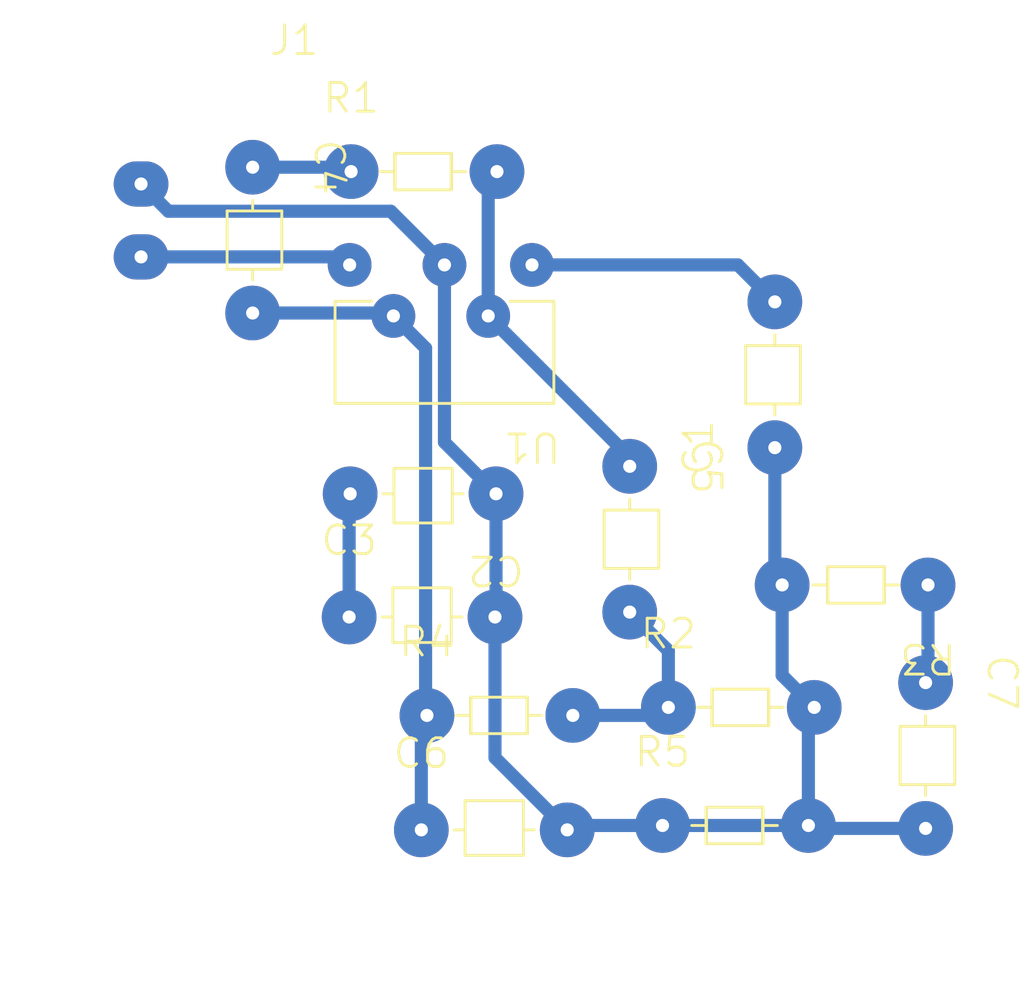
<source format=kicad_pcb>
(kicad_pcb (version 20240108) (generator "pcbnew") (generator_version "8.0")
  (layers (0 "F.Cu" signal) (31 "B.Cu" signal) (34 "B.Paste" user) (35 "F.Paste" user) (36 "B.SilkS" user "B.Silkscreen") (37 "F.SilkS" user "F.Silkscreen") (38 "B.Mask" user) (39 "F.Mask" user) (44 "Edge.Cuts" user))
  (net 0 "")
  (net 1 "GND")
  (net 2 "Net-(U1-+)")
  (net 3 "Net-(C2-Pad2)")
  (net 4 "Net-(C4-Pad1)")
  (net 5 "Net-(C4-Pad2)")
  (net 6 "Net-(C5-Pad2)")
  (net 7 "Net-(U1--)")
  (net 8 "Net-(J1-Pin_2)")
  (net 9 "Net-(C7-Pad1)")
  (footprint "audioAmp:res" (layer "F.Cu") (at 234.696 151.6573)
    (property "Reference" "R2" (at 0 -2.54 0) (layer "F.SilkS") (effects (font (thickness 0.1))))
    (property "Value" "2.2 Ω")
    (fp_line (start 1.524 -0.611) (end 1.524 0.659) (stroke (width 0.12)) (layer "F.SilkS"))
    (fp_line (start 1.524 -0.611) (end 3.4925 -0.611) (stroke (width 0.1)) (layer "F.SilkS"))
    (fp_line (start 1.524 0.024) (end 1.016 0.024) (stroke (width 0.1)) (layer "F.SilkS"))
    (fp_line (start 1.524 0.659) (end 3.4925 0.659) (stroke (width 0.1)) (layer "F.SilkS"))
    (fp_line (start 3.4925 0.024) (end 3.8735 0.024) (stroke (width 0.1)) (layer "F.SilkS"))
    (fp_line (start 3.4925 0.659) (end 3.4925 -0.611) (stroke (width 0.12)) (layer "F.SilkS"))
    (fp_line (start 3.8735 0.024) (end 4.0005 0.024) (stroke (width 0.1)) (layer "F.SilkS"))
    (pad "1" thru_hole oval (at 0 0.024) (size 1.905 1.905) (drill 0.4572) (layers "*.Cu" "*.Mask") (net 6 "Net-(C5-Pad2)"))
    (pad "2" thru_hole oval (at 5.08 0.024) (size 1.905 1.905) (drill 0.4572) (layers "*.Cu" "*.Mask") (net 1 "GND"))
  )
  (footprint "audioAmp:cap" (layer "F.Cu") (at 238.4044 142.6314 90)
    (property "Reference" "C1" (at 0 -2.667 90) (layer "F.SilkS") (effects (font (thickness 0.1))))
    (property "Value" "1 uF")
    (fp_line (start 3.556 -1.016) (end 3.556 0.889) (stroke (width 0.1)) (layer "F.SilkS"))
    (fp_line (start 1.524 -1.016) (end 3.556 -1.016) (stroke (width 0.1)) (layer "F.SilkS"))
    (fp_line (start 1.524 -1.016) (end 1.524 0.889) (stroke (width 0.1)) (layer "F.SilkS"))
    (fp_line (start 3.556 0) (end 3.937 0) (stroke (width 0.1)) (layer "F.SilkS"))
    (fp_line (start 1.524 0) (end 1.143 0) (stroke (width 0.1)) (layer "F.SilkS"))
    (fp_line (start 3.556 0.889) (end 1.524 0.889) (stroke (width 0.1)) (layer "F.SilkS"))
    (pad "1" thru_hole oval (at 0 0 90) (size 1.905 1.905) (drill 0.4572) (layers "*.Cu" "*.Mask") (net 1 "GND"))
    (pad "2" thru_hole oval (at 5.08 0 90) (size 1.905 1.905) (drill 0.4572) (layers "*.Cu" "*.Mask") (net 2 "Net-(U1-+)"))
  )
  (footprint "audioAmp:tda" (layer "F.Cu") (at 229.9462 136.2635 180)
    (property "Reference" "U1" (at 0 -6.35 180) (layer "F.SilkS") (effects (font (thickness 0.1))))
    (property "Value" "TDA2003")
    (fp_line (start 6.858 -1.27) (end 5.588 -1.27) (stroke (width 0.1)) (layer "F.SilkS"))
    (fp_line (start 6.858 -1.778) (end 6.858 -1.27) (stroke (width 0.1)) (layer "F.SilkS"))
    (fp_line (start 6.858 -4.826) (end 6.858 -1.778) (stroke (width 0.1)) (layer "F.SilkS"))
    (fp_line (start -0.762 -1.27) (end 0.762 -1.27) (stroke (width 0.1)) (layer "F.SilkS"))
    (fp_line (start -0.762 -1.778) (end -0.762 -1.27) (stroke (width 0.1)) (layer "F.SilkS"))
    (fp_line (start -0.762 -1.778) (end -0.762 -4.826) (stroke (width 0.1)) (layer "F.SilkS"))
    (fp_line (start -0.762 -4.826) (end 6.858 -4.826) (stroke (width 0.1)) (layer "F.SilkS"))
    (pad "1" thru_hole circle (at 0 0 180) (size 1.524 1.524) (drill 0.4572) (layers "*.Cu" "*.Mask") (net 2 "Net-(U1-+)"))
    (pad "2" thru_hole circle (at 1.524 -1.778 180) (size 1.524 1.524) (drill 0.4572) (layers "*.Cu" "*.Mask") (net 7 "Net-(U1--)"))
    (pad "3" thru_hole circle (at 3.048 0 180) (size 1.524 1.524) (drill 0.4572) (layers "*.Cu" "*.Mask") (net 1 "GND"))
    (pad "4" thru_hole circle (at 4.826 -1.778 180) (size 1.524 1.524) (drill 0.4572) (layers "*.Cu" "*.Mask") (net 5 "Net-(C4-Pad2)"))
    (pad "5" thru_hole circle (at 6.35 0 180) (size 1.524 1.524) (drill 0.4572) (layers "*.Cu" "*.Mask") (net 8 "Net-(J1-Pin_2)"))
  )
  (footprint "audioAmp:cap" (layer "F.Cu") (at 220.218 132.8599 -90)
    (property "Reference" "C4" (at 0 -2.667 -90) (layer "F.SilkS") (effects (font (thickness 0.1))))
    (property "Value" "0.047 uF")
    (fp_line (start 3.556 0.889) (end 1.524 0.889) (stroke (width 0.1)) (layer "F.SilkS"))
    (fp_line (start 1.524 0) (end 1.143 0) (stroke (width 0.1)) (layer "F.SilkS"))
    (fp_line (start 3.556 0) (end 3.937 0) (stroke (width 0.1)) (layer "F.SilkS"))
    (fp_line (start 1.524 -1.016) (end 1.524 0.889) (stroke (width 0.1)) (layer "F.SilkS"))
    (fp_line (start 1.524 -1.016) (end 3.556 -1.016) (stroke (width 0.1)) (layer "F.SilkS"))
    (fp_line (start 3.556 -1.016) (end 3.556 0.889) (stroke (width 0.1)) (layer "F.SilkS"))
    (pad "1" thru_hole oval (at 0 0 270) (size 1.905 1.905) (drill 0.4572) (layers "*.Cu" "*.Mask") (net 4 "Net-(C4-Pad1)"))
    (pad "2" thru_hole oval (at 5.08 0 270) (size 1.905 1.905) (drill 0.4572) (layers "*.Cu" "*.Mask") (net 5 "Net-(C4-Pad2)"))
  )
  (footprint "audioAmp:cap" (layer "F.Cu") (at 233.3498 143.2814 -90)
    (property "Reference" "C5" (at 0 -2.667 -90) (layer "F.SilkS") (effects (font (thickness 0.1))))
    (property "Value" "470 uF")
    (fp_line (start 3.556 0.889) (end 1.524 0.889) (stroke (width 0.1)) (layer "F.SilkS"))
    (fp_line (start 1.524 0) (end 1.143 0) (stroke (width 0.1)) (layer "F.SilkS"))
    (fp_line (start 3.556 0) (end 3.937 0) (stroke (width 0.1)) (layer "F.SilkS"))
    (fp_line (start 1.524 -1.016) (end 1.524 0.889) (stroke (width 0.1)) (layer "F.SilkS"))
    (fp_line (start 1.524 -1.016) (end 3.556 -1.016) (stroke (width 0.1)) (layer "F.SilkS"))
    (fp_line (start 3.556 -1.016) (end 3.556 0.889) (stroke (width 0.1)) (layer "F.SilkS"))
    (pad "1" thru_hole oval (at 0 0 270) (size 1.905 1.905) (drill 0.4572) (layers "*.Cu" "*.Mask") (net 7 "Net-(U1--)"))
    (pad "2" thru_hole oval (at 5.08 0 270) (size 1.905 1.905) (drill 0.4572) (layers "*.Cu" "*.Mask") (net 6 "Net-(C5-Pad2)"))
  )
  (footprint "audioAmp:cap" (layer "F.Cu") (at 243.6547 150.8177 -90)
    (property "Reference" "C7" (at 0 -2.667 -90) (layer "F.SilkS") (effects (font (thickness 0.1))))
    (property "Value" "0.1 uF")
    (fp_line (start 3.556 0.889) (end 1.524 0.889) (stroke (width 0.1)) (layer "F.SilkS"))
    (fp_line (start 1.524 0) (end 1.143 0) (stroke (width 0.1)) (layer "F.SilkS"))
    (fp_line (start 3.556 0) (end 3.937 0) (stroke (width 0.1)) (layer "F.SilkS"))
    (fp_line (start 1.524 -1.016) (end 1.524 0.889) (stroke (width 0.1)) (layer "F.SilkS"))
    (fp_line (start 1.524 -1.016) (end 3.556 -1.016) (stroke (width 0.1)) (layer "F.SilkS"))
    (fp_line (start 3.556 -1.016) (end 3.556 0.889) (stroke (width 0.1)) (layer "F.SilkS"))
    (pad "1" thru_hole oval (at 0 0 270) (size 1.905 1.905) (drill 0.4572) (layers "*.Cu" "*.Mask") (net 9 "Net-(C7-Pad1)"))
    (pad "2" thru_hole oval (at 5.08 0 270) (size 1.905 1.905) (drill 0.4572) (layers "*.Cu" "*.Mask") (net 1 "GND"))
  )
  (footprint "audioAmp:res" (layer "F.Cu") (at 243.7384 147.4381 180)
    (property "Reference" "R3" (at 0 -2.54 180) (layer "F.SilkS") (effects (font (thickness 0.1))))
    (property "Value" "1 Ω")
    (fp_line (start 3.8735 0.024) (end 4.0005 0.024) (stroke (width 0.1)) (layer "F.SilkS"))
    (fp_line (start 3.4925 0.659) (end 3.4925 -0.611) (stroke (width 0.12)) (layer "F.SilkS"))
    (fp_line (start 3.4925 0.024) (end 3.8735 0.024) (stroke (width 0.1)) (layer "F.SilkS"))
    (fp_line (start 1.524 0.659) (end 3.4925 0.659) (stroke (width 0.1)) (layer "F.SilkS"))
    (fp_line (start 1.524 0.024) (end 1.016 0.024) (stroke (width 0.1)) (layer "F.SilkS"))
    (fp_line (start 1.524 -0.611) (end 3.4925 -0.611) (stroke (width 0.1)) (layer "F.SilkS"))
    (fp_line (start 1.524 -0.611) (end 1.524 0.659) (stroke (width 0.12)) (layer "F.SilkS"))
    (pad "1" thru_hole oval (at 0 0.024 180) (size 1.905 1.905) (drill 0.4572) (layers "*.Cu" "*.Mask") (net 9 "Net-(C7-Pad1)"))
    (pad "2" thru_hole oval (at 5.08 0.024 180) (size 1.905 1.905) (drill 0.4572) (layers "*.Cu" "*.Mask") (net 1 "GND"))
  )
  (footprint "audioAmp:cap" (layer "F.Cu") (at 226.0929 155.9485)
    (property "Reference" "C6" (at 0 -2.667 0) (layer "F.SilkS") (effects (font (thickness 0.1))))
    (property "Value" "1000 uF")
    (fp_line (start 1.524 -1.016) (end 1.524 0.889) (stroke (width 0.1)) (layer "F.SilkS"))
    (fp_line (start 1.524 -1.016) (end 3.556 -1.016) (stroke (width 0.1)) (layer "F.SilkS"))
    (fp_line (start 1.524 0) (end 1.143 0) (stroke (width 0.1)) (layer "F.SilkS"))
    (fp_line (start 3.556 -1.016) (end 3.556 0.889) (stroke (width 0.1)) (layer "F.SilkS"))
    (fp_line (start 3.556 0) (end 3.937 0) (stroke (width 0.1)) (layer "F.SilkS"))
    (fp_line (start 3.556 0.889) (end 1.524 0.889) (stroke (width 0.1)) (layer "F.SilkS"))
    (pad "1" thru_hole oval (at 0 0) (size 1.905 1.905) (drill 0.4572) (layers "*.Cu" "*.Mask") (net 5 "Net-(C4-Pad2)"))
    (pad "2" thru_hole oval (at 5.08 0) (size 1.905 1.905) (drill 0.4572) (layers "*.Cu" "*.Mask") (net 1 "GND"))
  )
  (footprint "audioAmp:res" (layer "F.Cu") (at 223.647 132.9883)
    (property "Reference" "R1" (at 0 -2.54 0) (layer "F.SilkS") (effects (font (thickness 0.1))))
    (property "Value" "47 Ω")
    (fp_line (start 1.524 -0.611) (end 1.524 0.659) (stroke (width 0.12)) (layer "F.SilkS"))
    (fp_line (start 1.524 -0.611) (end 3.4925 -0.611) (stroke (width 0.1)) (layer "F.SilkS"))
    (fp_line (start 1.524 0.024) (end 1.016 0.024) (stroke (width 0.1)) (layer "F.SilkS"))
    (fp_line (start 1.524 0.659) (end 3.4925 0.659) (stroke (width 0.1)) (layer "F.SilkS"))
    (fp_line (start 3.4925 0.024) (end 3.8735 0.024) (stroke (width 0.1)) (layer "F.SilkS"))
    (fp_line (start 3.4925 0.659) (end 3.4925 -0.611) (stroke (width 0.12)) (layer "F.SilkS"))
    (fp_line (start 3.8735 0.024) (end 4.0005 0.024) (stroke (width 0.1)) (layer "F.SilkS"))
    (pad "1" thru_hole oval (at 0 0.024) (size 1.905 1.905) (drill 0.4572) (layers "*.Cu" "*.Mask") (net 4 "Net-(C4-Pad1)"))
    (pad "2" thru_hole oval (at 5.08 0.024) (size 1.905 1.905) (drill 0.4572) (layers "*.Cu" "*.Mask") (net 7 "Net-(U1--)"))
  )
  (footprint "audioAmp:cap" (layer "F.Cu") (at 228.6941 144.2391 180)
    (property "Reference" "C2" (at 0 -2.667 180) (layer "F.SilkS") (effects (font (thickness 0.1))))
    (property "Value" "100 uF")
    (fp_line (start 3.556 0.889) (end 1.524 0.889) (stroke (width 0.1)) (layer "F.SilkS"))
    (fp_line (start 3.556 0) (end 3.937 0) (stroke (width 0.1)) (layer "F.SilkS"))
    (fp_line (start 3.556 -1.016) (end 3.556 0.889) (stroke (width 0.1)) (layer "F.SilkS"))
    (fp_line (start 1.524 0) (end 1.143 0) (stroke (width 0.1)) (layer "F.SilkS"))
    (fp_line (start 1.524 -1.016) (end 3.556 -1.016) (stroke (width 0.1)) (layer "F.SilkS"))
    (fp_line (start 1.524 -1.016) (end 1.524 0.889) (stroke (width 0.1)) (layer "F.SilkS"))
    (pad "1" thru_hole oval (at 0 0 180) (size 1.905 1.905) (drill 0.4572) (layers "*.Cu" "*.Mask") (net 1 "GND"))
    (pad "2" thru_hole oval (at 5.08 0 180) (size 1.905 1.905) (drill 0.4572) (layers "*.Cu" "*.Mask") (net 3 "Net-(C2-Pad2)"))
  )
  (footprint "audioAmp:cap" (layer "F.Cu") (at 223.5783 148.5317)
    (property "Reference" "C3" (at 0 -2.667 0) (layer "F.SilkS") (effects (font (thickness 0.1))))
    (property "Value" "0.01 uF")
    (fp_line (start 1.524 -1.016) (end 1.524 0.889) (stroke (width 0.1)) (layer "F.SilkS"))
    (fp_line (start 1.524 -1.016) (end 3.556 -1.016) (stroke (width 0.1)) (layer "F.SilkS"))
    (fp_line (start 1.524 0) (end 1.143 0) (stroke (width 0.1)) (layer "F.SilkS"))
    (fp_line (start 3.556 -1.016) (end 3.556 0.889) (stroke (width 0.1)) (layer "F.SilkS"))
    (fp_line (start 3.556 0) (end 3.937 0) (stroke (width 0.1)) (layer "F.SilkS"))
    (fp_line (start 3.556 0.889) (end 1.524 0.889) (stroke (width 0.1)) (layer "F.SilkS"))
    (pad "1" thru_hole oval (at 0 0) (size 1.905 1.905) (drill 0.4572) (layers "*.Cu" "*.Mask") (net 3 "Net-(C2-Pad2)"))
    (pad "2" thru_hole oval (at 5.08 0) (size 1.905 1.905) (drill 0.4572) (layers "*.Cu" "*.Mask") (net 1 "GND"))
  )
  (footprint "audioAmp:res" (layer "F.Cu") (at 226.2886 151.9367)
    (property "Reference" "R4" (at 0 -2.54 0) (layer "F.SilkS") (effects (font (thickness 0.1))))
    (property "Value" "220 Ω")
    (fp_line (start 1.524 -0.611) (end 1.524 0.659) (stroke (width 0.12)) (layer "F.SilkS"))
    (fp_line (start 1.524 -0.611) (end 3.4925 -0.611) (stroke (width 0.1)) (layer "F.SilkS"))
    (fp_line (start 1.524 0.024) (end 1.016 0.024) (stroke (width 0.1)) (layer "F.SilkS"))
    (fp_line (start 1.524 0.659) (end 3.4925 0.659) (stroke (width 0.1)) (layer "F.SilkS"))
    (fp_line (start 3.4925 0.024) (end 3.8735 0.024) (stroke (width 0.1)) (layer "F.SilkS"))
    (fp_line (start 3.4925 0.659) (end 3.4925 -0.611) (stroke (width 0.12)) (layer "F.SilkS"))
    (fp_line (start 3.8735 0.024) (end 4.0005 0.024) (stroke (width 0.1)) (layer "F.SilkS"))
    (pad "1" thru_hole oval (at 0 0.024) (size 1.905 1.905) (drill 0.4572) (layers "*.Cu" "*.Mask") (net 5 "Net-(C4-Pad2)"))
    (pad "2" thru_hole oval (at 5.08 0.024) (size 1.905 1.905) (drill 0.4572) (layers "*.Cu" "*.Mask") (net 6 "Net-(C5-Pad2)"))
  )
  (footprint "audioAmp:res" (layer "F.Cu") (at 234.4928 155.7721)
    (property "Reference" "R5" (at 0 -2.54 0) (layer "F.SilkS") (effects (font (thickness 0.1))))
    (property "Value" "8 ohm")
    (fp_line (start 1.524 -0.611) (end 1.524 0.659) (stroke (width 0.12)) (layer "F.SilkS"))
    (fp_line (start 1.524 -0.611) (end 3.4925 -0.611) (stroke (width 0.1)) (layer "F.SilkS"))
    (fp_line (start 1.524 0.024) (end 1.016 0.024) (stroke (width 0.1)) (layer "F.SilkS"))
    (fp_line (start 1.524 0.659) (end 3.4925 0.659) (stroke (width 0.1)) (layer "F.SilkS"))
    (fp_line (start 3.4925 0.024) (end 3.8735 0.024) (stroke (width 0.1)) (layer "F.SilkS"))
    (fp_line (start 3.4925 0.659) (end 3.4925 -0.611) (stroke (width 0.12)) (layer "F.SilkS"))
    (fp_line (start 3.8735 0.024) (end 4.0005 0.024) (stroke (width 0.1)) (layer "F.SilkS"))
    (pad "1" thru_hole oval (at 0 0.024) (size 1.905 1.905) (drill 0.4572) (layers "*.Cu" "*.Mask") (net 1 "GND"))
    (pad "2" thru_hole oval (at 5.08 0.024) (size 1.905 1.905) (drill 0.4572) (layers "*.Cu" "*.Mask") (net 1 "GND"))
  )
  (footprint "audioAmp:con" (layer "F.Cu") (at 216.3318 133.4441 -90)
    (property "Reference" "J1" (at -5.0038 -5.334 0) (layer "F.SilkS") (effects (font (thickness 0.1))))
    (property "Value" "Conn_01x02_Pin")
    (pad "1" thru_hole oval (at 0 0 270) (size 1.5748 1.905) (drill 0.4572) (layers "*.Cu" "*.Mask") (net 1 "GND"))
    (pad "2" thru_hole oval (at 2.54 0 270) (size 1.5748 1.905) (drill 0.4572) (layers "*.Cu" "*.Mask") (net 8 "Net-(J1-Pin_2)"))
  )
  (segment (start 231.1729 155.9485) (end 228.6583 153.4339) (width 0.4572) (layer "B.Cu") (net 1))
  (segment (start 238.4044 147.1601) (end 238.6584 147.4141) (width 0.4572) (layer "B.Cu") (net 1))
  (segment (start 225.0281 134.3934) (end 226.8982 136.2635) (width 0.4572) (layer "B.Cu") (net 1))
  (segment (start 238.4044 142.6314) (end 238.4044 147.1601) (width 0.4572) (layer "B.Cu") (net 1))
  (segment (start 238.6584 147.4141) (end 238.6584 150.5637) (width 0.4572) (layer "B.Cu") (net 1))
  (segment (start 238.6584 150.5637) (end 239.776 151.6813) (width 0.4572) (layer "B.Cu") (net 1))
  (segment (start 228.6941 148.4959) (end 228.6583 148.5317) (width 0.4572) (layer "B.Cu") (net 1))
  (segment (start 216.3318 133.4441) (end 217.2811 134.3934) (width 0.4572) (layer "B.Cu") (net 1))
  (segment (start 239.5728 151.8845) (end 239.776 151.6813) (width 0.4572) (layer "B.Cu") (net 1))
  (segment (start 231.3253 155.7961) (end 231.1729 155.9485) (width 0.4572) (layer "B.Cu") (net 1))
  (segment (start 239.5728 155.7961) (end 239.5728 151.8845) (width 0.4572) (layer "B.Cu") (net 1))
  (segment (start 239.5728 155.7961) (end 234.4928 155.7961) (width 0.4572) (layer "B.Cu") (net 1))
  (segment (start 243.6547 155.8977) (end 239.6744 155.8977) (width 0.4572) (layer "B.Cu") (net 1))
  (segment (start 217.2811 134.3934) (end 225.0281 134.3934) (width 0.4572) (layer "B.Cu") (net 1))
  (segment (start 239.6744 155.8977) (end 239.5728 155.7961) (width 0.4572) (layer "B.Cu") (net 1))
  (segment (start 234.4928 155.7961) (end 231.3253 155.7961) (width 0.4572) (layer "B.Cu") (net 1))
  (segment (start 226.8982 142.4432) (end 226.8982 136.2635) (width 0.4572) (layer "B.Cu") (net 1))
  (segment (start 228.6941 144.2391) (end 226.8982 142.4432) (width 0.4572) (layer "B.Cu") (net 1))
  (segment (start 228.6941 144.2391) (end 228.6941 148.4959) (width 0.4572) (layer "B.Cu") (net 1))
  (segment (start 228.6583 153.4339) (end 228.6583 148.5317) (width 0.4572) (layer "B.Cu") (net 1))
  (segment (start 238.4044 137.5514) (end 237.1165 136.2635) (width 0.4572) (layer "B.Cu") (net 2))
  (segment (start 237.1165 136.2635) (end 229.9462 136.2635) (width 0.4572) (layer "B.Cu") (net 2))
  (segment (start 223.5783 148.5317) (end 223.5783 144.2749) (width 0.4572) (layer "B.Cu") (net 3))
  (segment (start 223.5783 144.2749) (end 223.6141 144.2391) (width 0.4572) (layer "B.Cu") (net 3))
  (segment (start 223.4946 132.8599) (end 223.647 133.0123) (width 0.4572) (layer "B.Cu") (net 4))
  (segment (start 220.218 132.8599) (end 223.4946 132.8599) (width 0.4572) (layer "B.Cu") (net 4))
  (segment (start 225.0186 137.9399) (end 225.1202 138.0415) (width 0.4572) (layer "B.Cu") (net 5))
  (segment (start 220.218 137.9399) (end 225.0186 137.9399) (width 0.4572) (layer "B.Cu") (net 5))
  (segment (start 226.0929 152.1564) (end 226.2886 151.9607) (width 0.4572) (layer "B.Cu") (net 5))
  (segment (start 225.1202 138.0415) (end 226.241 139.1623) (width 0.4572) (layer "B.Cu") (net 5))
  (segment (start 226.0929 155.9485) (end 226.0929 152.1564) (width 0.4572) (layer "B.Cu") (net 5))
  (segment (start 226.241 151.9131) (end 226.2886 151.9607) (width 0.4572) (layer "B.Cu") (net 5))
  (segment (start 226.241 139.1623) (end 226.241 151.9131) (width 0.4572) (layer "B.Cu") (net 5))
  (segment (start 234.4166 151.9607) (end 234.696 151.6813) (width 0.4572) (layer "B.Cu") (net 6))
  (segment (start 234.696 151.6813) (end 234.696 149.7076) (width 0.4572) (layer "B.Cu") (net 6))
  (segment (start 231.3686 151.9607) (end 234.4166 151.9607) (width 0.4572) (layer "B.Cu") (net 6))
  (segment (start 234.696 149.7076) (end 233.3498 148.3614) (width 0.4572) (layer "B.Cu") (net 6))
  (segment (start 233.3498 142.9691) (end 233.3498 143.2814) (width 0.4572) (layer "B.Cu") (net 7))
  (segment (start 228.4222 138.0415) (end 233.3498 142.9691) (width 0.4572) (layer "B.Cu") (net 7))
  (segment (start 228.4222 133.3171) (end 228.727 133.0123) (width 0.4572) (layer "B.Cu") (net 7))
  (segment (start 228.4222 138.0415) (end 228.4222 133.3171) (width 0.4572) (layer "B.Cu") (net 7))
  (segment (start 216.3318 135.9841) (end 223.3168 135.9841) (width 0.4572) (layer "B.Cu") (net 8))
  (segment (start 223.3168 135.9841) (end 223.5962 136.2635) (width 0.4572) (layer "B.Cu") (net 8))
  (segment (start 243.7384 150.734) (end 243.6547 150.8177) (width 0.4572) (layer "B.Cu") (net 9))
  (segment (start 243.7384 147.4141) (end 243.7384 150.734) (width 0.4572) (layer "B.Cu") (net 9))
)
</source>
